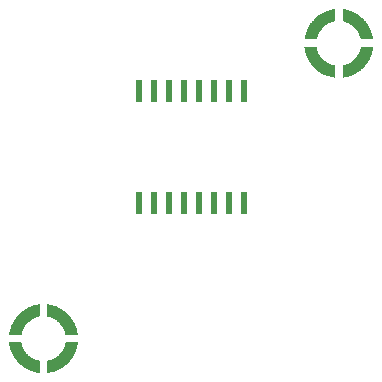
<source format=gbr>
G04 EAGLE Gerber RS-274X export*
G75*
%MOMM*%
%FSLAX34Y34*%
%LPD*%
%INSolderpaste Bottom*%
%IPPOS*%
%AMOC8*
5,1,8,0,0,1.08239X$1,22.5*%
G01*
%ADD10R,0.507200X1.874000*%

G36*
X293508Y260951D02*
X293508Y260951D01*
X294207Y261051D01*
X294208Y261052D01*
X294208Y261051D01*
X295108Y261201D01*
X295109Y261202D01*
X295909Y261352D01*
X295910Y261352D01*
X296660Y261502D01*
X296661Y261503D01*
X296662Y261502D01*
X297662Y261752D01*
X297663Y261753D01*
X297664Y261753D01*
X298514Y262003D01*
X298515Y262004D01*
X298516Y262003D01*
X299416Y262303D01*
X299416Y262304D01*
X299417Y262304D01*
X300117Y262554D01*
X300917Y262854D01*
X300918Y262855D01*
X300919Y262854D01*
X301769Y263204D01*
X301770Y263206D01*
X301771Y263205D01*
X302521Y263555D01*
X302521Y263556D01*
X302522Y263556D01*
X303722Y264156D01*
X303723Y264158D01*
X303724Y264157D01*
X305124Y264957D01*
X305125Y264959D01*
X305127Y264959D01*
X305827Y265409D01*
X306226Y265658D01*
X306227Y265660D01*
X306228Y265660D01*
X306878Y266110D01*
X307378Y266460D01*
X307379Y266462D01*
X307380Y266461D01*
X307830Y266811D01*
X308480Y267311D01*
X308481Y267313D01*
X308482Y267312D01*
X309132Y267862D01*
X309132Y267863D01*
X309532Y268213D01*
X309533Y268214D01*
X310183Y268814D01*
X310184Y268815D01*
X310185Y268815D01*
X311285Y269915D01*
X311285Y269917D01*
X311287Y269917D01*
X312087Y270817D01*
X312087Y270818D01*
X312088Y270818D01*
X312638Y271468D01*
X312638Y271469D01*
X313038Y271969D01*
X313039Y271970D01*
X313489Y272570D01*
X313489Y272571D01*
X313490Y272571D01*
X313990Y273271D01*
X313990Y273272D01*
X313991Y273272D01*
X314441Y273922D01*
X314440Y273924D01*
X314442Y273924D01*
X314942Y274724D01*
X315292Y275274D01*
X315291Y275277D01*
X315294Y275277D01*
X315743Y276126D01*
X316143Y276826D01*
X316142Y276829D01*
X316145Y276829D01*
X316545Y277679D01*
X316544Y277680D01*
X316545Y277681D01*
X317295Y279431D01*
X317295Y279433D01*
X317297Y279434D01*
X317647Y280434D01*
X317646Y280434D01*
X317647Y280434D01*
X317897Y281184D01*
X317897Y281185D01*
X318147Y281985D01*
X318146Y281987D01*
X318148Y281988D01*
X318448Y283188D01*
X318448Y283189D01*
X318648Y284039D01*
X318647Y284040D01*
X318648Y284041D01*
X318798Y284841D01*
X318799Y284841D01*
X318949Y285691D01*
X318948Y285693D01*
X318949Y285694D01*
X319049Y286494D01*
X319047Y286497D01*
X319047Y286498D01*
X319049Y286500D01*
X319049Y286750D01*
X319013Y286797D01*
X319006Y286792D01*
X319000Y286799D01*
X308700Y286799D01*
X308653Y286763D01*
X308658Y286756D01*
X308651Y286750D01*
X308651Y286653D01*
X308602Y286309D01*
X308452Y285661D01*
X308153Y284514D01*
X307904Y283767D01*
X307554Y282868D01*
X307355Y282370D01*
X306906Y281423D01*
X306507Y280674D01*
X305809Y279527D01*
X305360Y278879D01*
X305012Y278431D01*
X304412Y277682D01*
X303914Y277133D01*
X303913Y277133D01*
X303515Y276685D01*
X303118Y276337D01*
X303117Y276336D01*
X303116Y276336D01*
X302318Y275587D01*
X301769Y275139D01*
X301320Y274789D01*
X300772Y274391D01*
X300224Y274042D01*
X299575Y273642D01*
X298877Y273244D01*
X298079Y272845D01*
X297280Y272495D01*
X296433Y272146D01*
X295686Y271897D01*
X294937Y271698D01*
X294139Y271498D01*
X293395Y271349D01*
X293250Y271349D01*
X293203Y271313D01*
X293206Y271309D01*
X293203Y271306D01*
X293205Y271303D01*
X293201Y271300D01*
X293201Y260950D01*
X293237Y260903D01*
X293249Y260912D01*
X293260Y260902D01*
X293508Y260951D01*
G37*
G36*
X21347Y43237D02*
X21347Y43237D01*
X21342Y43244D01*
X21349Y43250D01*
X21349Y43347D01*
X21398Y43691D01*
X21548Y44338D01*
X21847Y45486D01*
X22096Y46233D01*
X22446Y47132D01*
X22645Y47630D01*
X23094Y48577D01*
X23493Y49326D01*
X24191Y50473D01*
X24640Y51121D01*
X24988Y51569D01*
X25588Y52318D01*
X26086Y52867D01*
X26087Y52867D01*
X26485Y53315D01*
X26882Y53663D01*
X26883Y53664D01*
X26884Y53664D01*
X27683Y54413D01*
X28231Y54861D01*
X28680Y55211D01*
X29228Y55609D01*
X29776Y55958D01*
X30425Y56358D01*
X31123Y56756D01*
X31921Y57155D01*
X32720Y57505D01*
X33567Y57854D01*
X34314Y58103D01*
X35063Y58302D01*
X35861Y58502D01*
X36605Y58651D01*
X36750Y58651D01*
X36797Y58687D01*
X36792Y58694D01*
X36799Y58700D01*
X36799Y69050D01*
X36763Y69097D01*
X36751Y69088D01*
X36740Y69098D01*
X36492Y69049D01*
X35793Y68949D01*
X35792Y68948D01*
X35792Y68949D01*
X34892Y68799D01*
X34891Y68798D01*
X34091Y68648D01*
X34090Y68648D01*
X33340Y68498D01*
X33339Y68497D01*
X33338Y68498D01*
X32338Y68248D01*
X32337Y68247D01*
X32336Y68247D01*
X31486Y67997D01*
X31485Y67996D01*
X31484Y67997D01*
X30584Y67697D01*
X30584Y67696D01*
X30583Y67696D01*
X29883Y67446D01*
X29083Y67146D01*
X29082Y67145D01*
X29081Y67146D01*
X28231Y66796D01*
X28230Y66794D01*
X28229Y66795D01*
X27479Y66445D01*
X27479Y66444D01*
X27478Y66444D01*
X26278Y65844D01*
X26277Y65842D01*
X26276Y65843D01*
X24876Y65043D01*
X24875Y65041D01*
X24873Y65041D01*
X24173Y64591D01*
X23774Y64342D01*
X23773Y64340D01*
X23772Y64341D01*
X23122Y63891D01*
X23122Y63890D01*
X22622Y63540D01*
X22621Y63539D01*
X22620Y63539D01*
X22170Y63189D01*
X21520Y62689D01*
X21520Y62687D01*
X21518Y62688D01*
X20868Y62138D01*
X20868Y62137D01*
X20468Y61787D01*
X20467Y61786D01*
X19817Y61186D01*
X19816Y61185D01*
X19815Y61185D01*
X18715Y60085D01*
X18715Y60083D01*
X18713Y60083D01*
X17913Y59183D01*
X17913Y59182D01*
X17912Y59182D01*
X17362Y58532D01*
X17362Y58531D01*
X16962Y58031D01*
X16962Y58030D01*
X16961Y58030D01*
X16511Y57430D01*
X16511Y57429D01*
X16510Y57429D01*
X16010Y56729D01*
X16010Y56728D01*
X15560Y56078D01*
X15560Y56076D01*
X15558Y56076D01*
X15058Y55276D01*
X14708Y54726D01*
X14709Y54723D01*
X14706Y54723D01*
X14257Y53874D01*
X13857Y53174D01*
X13858Y53171D01*
X13855Y53171D01*
X13455Y52321D01*
X13456Y52320D01*
X13455Y52319D01*
X12705Y50569D01*
X12705Y50567D01*
X12704Y50566D01*
X12354Y49566D01*
X12353Y49566D01*
X12103Y48816D01*
X12104Y48815D01*
X12103Y48815D01*
X11853Y48015D01*
X11854Y48013D01*
X11852Y48012D01*
X11552Y46812D01*
X11552Y46811D01*
X11352Y45961D01*
X11353Y45960D01*
X11352Y45959D01*
X11202Y45159D01*
X11052Y44309D01*
X11052Y44307D01*
X11051Y44306D01*
X10951Y43506D01*
X10953Y43502D01*
X10951Y43500D01*
X10951Y43250D01*
X10987Y43203D01*
X10994Y43208D01*
X11000Y43201D01*
X21300Y43201D01*
X21347Y43237D01*
G37*
G36*
X271347Y293237D02*
X271347Y293237D01*
X271342Y293244D01*
X271349Y293250D01*
X271349Y293347D01*
X271398Y293691D01*
X271548Y294338D01*
X271847Y295486D01*
X272096Y296233D01*
X272446Y297132D01*
X272645Y297630D01*
X273094Y298577D01*
X273493Y299326D01*
X274191Y300473D01*
X274640Y301121D01*
X274988Y301569D01*
X275588Y302318D01*
X276086Y302867D01*
X276087Y302867D01*
X276485Y303315D01*
X276882Y303663D01*
X276883Y303664D01*
X276884Y303664D01*
X277683Y304413D01*
X278231Y304861D01*
X278680Y305211D01*
X279228Y305609D01*
X279776Y305958D01*
X280425Y306358D01*
X281123Y306756D01*
X281921Y307155D01*
X282720Y307505D01*
X283567Y307854D01*
X284314Y308103D01*
X285063Y308302D01*
X285861Y308502D01*
X286605Y308651D01*
X286750Y308651D01*
X286797Y308687D01*
X286792Y308694D01*
X286799Y308700D01*
X286799Y319050D01*
X286763Y319097D01*
X286751Y319088D01*
X286740Y319098D01*
X286492Y319049D01*
X285793Y318949D01*
X285792Y318948D01*
X285792Y318949D01*
X284892Y318799D01*
X284891Y318798D01*
X284091Y318648D01*
X284090Y318648D01*
X283340Y318498D01*
X283339Y318497D01*
X283338Y318498D01*
X282338Y318248D01*
X282337Y318247D01*
X282336Y318247D01*
X281486Y317997D01*
X281485Y317996D01*
X281484Y317997D01*
X280584Y317697D01*
X280584Y317696D01*
X280583Y317696D01*
X279883Y317446D01*
X279083Y317146D01*
X279082Y317145D01*
X279081Y317146D01*
X278231Y316796D01*
X278230Y316794D01*
X278229Y316795D01*
X277479Y316445D01*
X277479Y316444D01*
X277478Y316444D01*
X276278Y315844D01*
X276277Y315842D01*
X276276Y315843D01*
X274876Y315043D01*
X274875Y315041D01*
X274873Y315041D01*
X274173Y314591D01*
X273774Y314342D01*
X273773Y314340D01*
X273772Y314341D01*
X273122Y313891D01*
X273122Y313890D01*
X272622Y313540D01*
X272621Y313539D01*
X272620Y313539D01*
X272170Y313189D01*
X271520Y312689D01*
X271520Y312687D01*
X271518Y312688D01*
X270868Y312138D01*
X270868Y312137D01*
X270468Y311787D01*
X270467Y311786D01*
X269817Y311186D01*
X269816Y311185D01*
X269815Y311185D01*
X268715Y310085D01*
X268715Y310083D01*
X268713Y310083D01*
X267913Y309183D01*
X267913Y309182D01*
X267912Y309182D01*
X267362Y308532D01*
X267362Y308531D01*
X266962Y308031D01*
X266962Y308030D01*
X266961Y308030D01*
X266511Y307430D01*
X266511Y307429D01*
X266510Y307429D01*
X266010Y306729D01*
X266010Y306728D01*
X265560Y306078D01*
X265560Y306076D01*
X265558Y306076D01*
X265058Y305276D01*
X264708Y304726D01*
X264709Y304723D01*
X264706Y304723D01*
X264257Y303874D01*
X263857Y303174D01*
X263858Y303171D01*
X263855Y303171D01*
X263455Y302321D01*
X263456Y302320D01*
X263455Y302319D01*
X262705Y300569D01*
X262705Y300567D01*
X262704Y300566D01*
X262354Y299566D01*
X262353Y299566D01*
X262103Y298816D01*
X262104Y298815D01*
X262103Y298815D01*
X261853Y298015D01*
X261854Y298013D01*
X261852Y298012D01*
X261552Y296812D01*
X261552Y296811D01*
X261352Y295961D01*
X261353Y295960D01*
X261352Y295959D01*
X261202Y295159D01*
X261052Y294309D01*
X261052Y294307D01*
X261051Y294306D01*
X260951Y293506D01*
X260953Y293502D01*
X260951Y293500D01*
X260951Y293250D01*
X260987Y293203D01*
X260994Y293208D01*
X261000Y293201D01*
X271300Y293201D01*
X271347Y293237D01*
G37*
G36*
X36797Y10987D02*
X36797Y10987D01*
X36792Y10994D01*
X36799Y11000D01*
X36799Y21300D01*
X36763Y21347D01*
X36756Y21342D01*
X36750Y21349D01*
X36653Y21349D01*
X36309Y21398D01*
X35662Y21548D01*
X34514Y21847D01*
X33767Y22096D01*
X32868Y22446D01*
X32370Y22645D01*
X31423Y23094D01*
X30674Y23493D01*
X29527Y24191D01*
X28879Y24640D01*
X28431Y24988D01*
X27682Y25588D01*
X27133Y26086D01*
X27133Y26087D01*
X26685Y26485D01*
X26337Y26882D01*
X26336Y26883D01*
X26336Y26884D01*
X25587Y27683D01*
X25139Y28231D01*
X24789Y28680D01*
X24391Y29228D01*
X24042Y29776D01*
X23642Y30425D01*
X23244Y31123D01*
X22845Y31921D01*
X22495Y32720D01*
X22146Y33567D01*
X21897Y34314D01*
X21698Y35062D01*
X21498Y35861D01*
X21349Y36605D01*
X21349Y36750D01*
X21313Y36797D01*
X21306Y36792D01*
X21300Y36799D01*
X10950Y36799D01*
X10903Y36763D01*
X10912Y36751D01*
X10902Y36740D01*
X10951Y36492D01*
X11051Y35793D01*
X11052Y35792D01*
X11051Y35792D01*
X11201Y34892D01*
X11202Y34891D01*
X11352Y34091D01*
X11352Y34090D01*
X11502Y33340D01*
X11503Y33339D01*
X11502Y33338D01*
X11752Y32338D01*
X11753Y32337D01*
X11753Y32336D01*
X12003Y31486D01*
X12004Y31485D01*
X12003Y31484D01*
X12303Y30584D01*
X12304Y30584D01*
X12304Y30583D01*
X12554Y29883D01*
X12854Y29083D01*
X12855Y29082D01*
X12854Y29081D01*
X13204Y28231D01*
X13206Y28230D01*
X13205Y28229D01*
X13555Y27479D01*
X13556Y27479D01*
X13556Y27478D01*
X14156Y26278D01*
X14158Y26277D01*
X14157Y26276D01*
X14957Y24876D01*
X14959Y24875D01*
X14959Y24873D01*
X15409Y24173D01*
X15658Y23774D01*
X15660Y23773D01*
X15660Y23772D01*
X16110Y23122D01*
X16460Y22622D01*
X16462Y22621D01*
X16461Y22620D01*
X16811Y22170D01*
X17311Y21520D01*
X17313Y21520D01*
X17312Y21518D01*
X17862Y20868D01*
X17863Y20868D01*
X18213Y20468D01*
X18214Y20467D01*
X18814Y19817D01*
X18815Y19816D01*
X18815Y19815D01*
X19915Y18715D01*
X19917Y18715D01*
X19917Y18713D01*
X20817Y17913D01*
X20818Y17913D01*
X20818Y17912D01*
X21468Y17362D01*
X21469Y17362D01*
X21969Y16962D01*
X21970Y16962D01*
X21970Y16961D01*
X22570Y16511D01*
X22571Y16511D01*
X22571Y16510D01*
X23271Y16010D01*
X23272Y16010D01*
X23922Y15560D01*
X23924Y15560D01*
X23924Y15558D01*
X24724Y15058D01*
X25274Y14708D01*
X25277Y14709D01*
X25277Y14706D01*
X26126Y14257D01*
X26826Y13857D01*
X26829Y13858D01*
X26829Y13855D01*
X27679Y13455D01*
X27680Y13456D01*
X27681Y13455D01*
X29431Y12705D01*
X29433Y12705D01*
X29434Y12704D01*
X30434Y12354D01*
X30434Y12353D01*
X31184Y12103D01*
X31185Y12104D01*
X31185Y12103D01*
X31985Y11853D01*
X31987Y11854D01*
X31988Y11852D01*
X33188Y11552D01*
X33189Y11552D01*
X34039Y11352D01*
X34040Y11353D01*
X34041Y11352D01*
X34841Y11202D01*
X35691Y11052D01*
X35693Y11052D01*
X35694Y11051D01*
X36494Y10951D01*
X36498Y10953D01*
X36500Y10951D01*
X36750Y10951D01*
X36797Y10987D01*
G37*
G36*
X43508Y10951D02*
X43508Y10951D01*
X44207Y11051D01*
X44208Y11052D01*
X44208Y11051D01*
X45108Y11201D01*
X45109Y11202D01*
X45909Y11352D01*
X45910Y11352D01*
X46660Y11502D01*
X46661Y11503D01*
X46662Y11502D01*
X47662Y11752D01*
X47663Y11753D01*
X47664Y11753D01*
X48514Y12003D01*
X48515Y12004D01*
X48516Y12003D01*
X49416Y12303D01*
X49416Y12304D01*
X49417Y12304D01*
X50117Y12554D01*
X50917Y12854D01*
X50918Y12855D01*
X50919Y12854D01*
X51769Y13204D01*
X51770Y13206D01*
X51771Y13205D01*
X52521Y13555D01*
X52521Y13556D01*
X52522Y13556D01*
X53722Y14156D01*
X53723Y14158D01*
X53724Y14157D01*
X55124Y14957D01*
X55125Y14959D01*
X55127Y14959D01*
X55827Y15409D01*
X56226Y15658D01*
X56227Y15660D01*
X56228Y15660D01*
X56878Y16110D01*
X57378Y16460D01*
X57379Y16462D01*
X57380Y16461D01*
X57830Y16811D01*
X58480Y17311D01*
X58481Y17313D01*
X58482Y17312D01*
X59132Y17862D01*
X59132Y17863D01*
X59532Y18213D01*
X59533Y18214D01*
X60183Y18814D01*
X60184Y18815D01*
X60185Y18815D01*
X61285Y19915D01*
X61285Y19917D01*
X61287Y19917D01*
X62087Y20817D01*
X62087Y20818D01*
X62088Y20818D01*
X62638Y21468D01*
X62638Y21469D01*
X63038Y21969D01*
X63039Y21970D01*
X63489Y22570D01*
X63489Y22571D01*
X63490Y22571D01*
X63990Y23271D01*
X63990Y23272D01*
X63991Y23272D01*
X64441Y23922D01*
X64440Y23924D01*
X64442Y23924D01*
X64942Y24724D01*
X65292Y25274D01*
X65291Y25277D01*
X65294Y25277D01*
X65743Y26126D01*
X66143Y26826D01*
X66142Y26829D01*
X66145Y26829D01*
X66545Y27679D01*
X66544Y27680D01*
X66545Y27681D01*
X67295Y29431D01*
X67295Y29433D01*
X67297Y29434D01*
X67647Y30434D01*
X67646Y30434D01*
X67647Y30434D01*
X67897Y31184D01*
X67897Y31185D01*
X68147Y31985D01*
X68146Y31987D01*
X68148Y31988D01*
X68448Y33188D01*
X68448Y33189D01*
X68648Y34039D01*
X68647Y34040D01*
X68648Y34041D01*
X68798Y34841D01*
X68799Y34841D01*
X68949Y35691D01*
X68948Y35693D01*
X68949Y35694D01*
X69049Y36494D01*
X69047Y36497D01*
X69047Y36498D01*
X69049Y36500D01*
X69049Y36750D01*
X69013Y36797D01*
X69006Y36792D01*
X69000Y36799D01*
X58700Y36799D01*
X58653Y36763D01*
X58658Y36756D01*
X58651Y36750D01*
X58651Y36653D01*
X58602Y36309D01*
X58452Y35661D01*
X58153Y34514D01*
X57904Y33767D01*
X57554Y32868D01*
X57355Y32370D01*
X56906Y31423D01*
X56507Y30674D01*
X55809Y29527D01*
X55360Y28879D01*
X55012Y28431D01*
X54412Y27682D01*
X53914Y27133D01*
X53913Y27133D01*
X53515Y26685D01*
X53118Y26337D01*
X53117Y26336D01*
X53116Y26336D01*
X52318Y25587D01*
X51769Y25139D01*
X51320Y24789D01*
X50772Y24391D01*
X50224Y24042D01*
X49575Y23642D01*
X48877Y23244D01*
X48079Y22845D01*
X47280Y22495D01*
X46433Y22146D01*
X45686Y21897D01*
X44937Y21698D01*
X44139Y21498D01*
X43395Y21349D01*
X43250Y21349D01*
X43203Y21313D01*
X43206Y21309D01*
X43203Y21306D01*
X43205Y21303D01*
X43201Y21300D01*
X43201Y10950D01*
X43237Y10903D01*
X43249Y10912D01*
X43260Y10902D01*
X43508Y10951D01*
G37*
G36*
X286797Y260987D02*
X286797Y260987D01*
X286792Y260994D01*
X286799Y261000D01*
X286799Y271300D01*
X286763Y271347D01*
X286756Y271342D01*
X286750Y271349D01*
X286653Y271349D01*
X286309Y271398D01*
X285662Y271548D01*
X284514Y271847D01*
X283767Y272096D01*
X282868Y272446D01*
X282370Y272645D01*
X281423Y273094D01*
X280674Y273493D01*
X279527Y274191D01*
X278879Y274640D01*
X278431Y274988D01*
X277682Y275588D01*
X277133Y276086D01*
X277133Y276087D01*
X276685Y276485D01*
X276337Y276882D01*
X276336Y276883D01*
X276336Y276884D01*
X275587Y277682D01*
X275139Y278231D01*
X274789Y278680D01*
X274391Y279228D01*
X274042Y279776D01*
X273642Y280425D01*
X273244Y281123D01*
X272845Y281921D01*
X272495Y282719D01*
X272146Y283567D01*
X271897Y284314D01*
X271698Y285062D01*
X271498Y285861D01*
X271349Y286605D01*
X271349Y286750D01*
X271313Y286797D01*
X271306Y286792D01*
X271300Y286799D01*
X260950Y286799D01*
X260903Y286763D01*
X260912Y286751D01*
X260902Y286740D01*
X260951Y286492D01*
X261051Y285793D01*
X261052Y285792D01*
X261051Y285792D01*
X261201Y284892D01*
X261202Y284891D01*
X261352Y284091D01*
X261352Y284090D01*
X261502Y283340D01*
X261503Y283339D01*
X261502Y283338D01*
X261752Y282338D01*
X261753Y282337D01*
X261753Y282336D01*
X262003Y281486D01*
X262004Y281485D01*
X262003Y281484D01*
X262303Y280584D01*
X262304Y280584D01*
X262304Y280583D01*
X262554Y279883D01*
X262854Y279083D01*
X262855Y279082D01*
X262854Y279081D01*
X263204Y278231D01*
X263206Y278230D01*
X263205Y278229D01*
X263555Y277479D01*
X263556Y277479D01*
X263556Y277478D01*
X264156Y276278D01*
X264158Y276277D01*
X264157Y276276D01*
X264957Y274876D01*
X264959Y274875D01*
X264959Y274873D01*
X265409Y274173D01*
X265658Y273774D01*
X265660Y273773D01*
X265660Y273772D01*
X266110Y273122D01*
X266460Y272622D01*
X266462Y272621D01*
X266461Y272620D01*
X266811Y272170D01*
X267311Y271520D01*
X267313Y271520D01*
X267312Y271518D01*
X267862Y270868D01*
X267863Y270868D01*
X268213Y270468D01*
X268214Y270467D01*
X268814Y269817D01*
X268815Y269816D01*
X268815Y269815D01*
X269915Y268715D01*
X269917Y268715D01*
X269917Y268713D01*
X270817Y267913D01*
X270818Y267913D01*
X270818Y267912D01*
X271468Y267362D01*
X271469Y267362D01*
X271969Y266962D01*
X271970Y266962D01*
X271970Y266961D01*
X272570Y266511D01*
X272571Y266511D01*
X272571Y266510D01*
X273271Y266010D01*
X273272Y266010D01*
X273922Y265560D01*
X273924Y265560D01*
X273924Y265558D01*
X274724Y265058D01*
X275274Y264708D01*
X275277Y264709D01*
X275277Y264706D01*
X276126Y264257D01*
X276826Y263857D01*
X276829Y263858D01*
X276829Y263855D01*
X277679Y263455D01*
X277680Y263456D01*
X277681Y263455D01*
X279431Y262705D01*
X279433Y262705D01*
X279434Y262704D01*
X280434Y262354D01*
X280434Y262353D01*
X281184Y262103D01*
X281185Y262104D01*
X281185Y262103D01*
X281985Y261853D01*
X281987Y261854D01*
X281988Y261852D01*
X283188Y261552D01*
X283189Y261552D01*
X284039Y261352D01*
X284040Y261353D01*
X284041Y261352D01*
X284841Y261202D01*
X285691Y261052D01*
X285693Y261052D01*
X285694Y261051D01*
X286494Y260951D01*
X286498Y260953D01*
X286500Y260951D01*
X286750Y260951D01*
X286797Y260987D01*
G37*
G36*
X319097Y293237D02*
X319097Y293237D01*
X319088Y293249D01*
X319098Y293260D01*
X319049Y293508D01*
X318949Y294207D01*
X318948Y294208D01*
X318949Y294208D01*
X318799Y295108D01*
X318798Y295109D01*
X318648Y295909D01*
X318648Y295910D01*
X318498Y296660D01*
X318497Y296661D01*
X318498Y296662D01*
X318248Y297662D01*
X318247Y297663D01*
X318247Y297664D01*
X317997Y298514D01*
X317996Y298515D01*
X317997Y298516D01*
X317697Y299416D01*
X317696Y299416D01*
X317696Y299417D01*
X317446Y300117D01*
X317146Y300917D01*
X317145Y300918D01*
X317146Y300919D01*
X316796Y301769D01*
X316794Y301770D01*
X316795Y301771D01*
X316445Y302521D01*
X316444Y302521D01*
X316444Y302522D01*
X315844Y303722D01*
X315842Y303723D01*
X315843Y303724D01*
X315043Y305124D01*
X315041Y305125D01*
X315041Y305127D01*
X314591Y305827D01*
X314342Y306226D01*
X314340Y306227D01*
X314341Y306228D01*
X313891Y306878D01*
X313890Y306878D01*
X313540Y307378D01*
X313539Y307379D01*
X313539Y307380D01*
X313189Y307830D01*
X312689Y308480D01*
X312687Y308481D01*
X312688Y308482D01*
X312138Y309132D01*
X312137Y309132D01*
X311787Y309532D01*
X311786Y309533D01*
X311186Y310183D01*
X311185Y310184D01*
X311185Y310185D01*
X310085Y311285D01*
X310083Y311285D01*
X310083Y311287D01*
X309183Y312087D01*
X309182Y312087D01*
X309182Y312088D01*
X308532Y312638D01*
X308531Y312638D01*
X308031Y313038D01*
X308030Y313039D01*
X307430Y313489D01*
X307429Y313489D01*
X307429Y313490D01*
X306729Y313990D01*
X306728Y313990D01*
X306728Y313991D01*
X306078Y314441D01*
X306076Y314440D01*
X306076Y314442D01*
X305276Y314942D01*
X304726Y315292D01*
X304723Y315291D01*
X304723Y315294D01*
X303874Y315743D01*
X303174Y316143D01*
X303171Y316142D01*
X303171Y316145D01*
X302321Y316545D01*
X302320Y316544D01*
X302319Y316545D01*
X300569Y317295D01*
X300567Y317295D01*
X300566Y317297D01*
X299566Y317647D01*
X299566Y317646D01*
X299566Y317647D01*
X298816Y317897D01*
X298815Y317897D01*
X298015Y318147D01*
X298013Y318146D01*
X298012Y318148D01*
X296812Y318448D01*
X296811Y318448D01*
X295961Y318648D01*
X295960Y318647D01*
X295959Y318648D01*
X295159Y318798D01*
X295159Y318799D01*
X294309Y318949D01*
X294307Y318948D01*
X294306Y318949D01*
X293506Y319049D01*
X293502Y319047D01*
X293500Y319049D01*
X293250Y319049D01*
X293203Y319013D01*
X293208Y319006D01*
X293201Y319000D01*
X293201Y308700D01*
X293237Y308653D01*
X293244Y308658D01*
X293250Y308651D01*
X293347Y308651D01*
X293691Y308602D01*
X294338Y308452D01*
X295486Y308153D01*
X296233Y307904D01*
X297132Y307554D01*
X297630Y307355D01*
X298577Y306906D01*
X299326Y306507D01*
X300473Y305809D01*
X301121Y305360D01*
X301569Y305012D01*
X302318Y304412D01*
X302867Y303914D01*
X302867Y303913D01*
X303315Y303515D01*
X303663Y303118D01*
X303664Y303117D01*
X303664Y303116D01*
X304413Y302318D01*
X304861Y301769D01*
X305211Y301320D01*
X305609Y300772D01*
X305958Y300224D01*
X306358Y299575D01*
X306756Y298877D01*
X307155Y298079D01*
X307505Y297280D01*
X307854Y296433D01*
X308103Y295686D01*
X308302Y294937D01*
X308502Y294139D01*
X308651Y293395D01*
X308651Y293250D01*
X308687Y293203D01*
X308694Y293208D01*
X308700Y293201D01*
X319050Y293201D01*
X319097Y293237D01*
G37*
G36*
X69097Y43237D02*
X69097Y43237D01*
X69088Y43249D01*
X69098Y43260D01*
X69049Y43508D01*
X68949Y44207D01*
X68948Y44208D01*
X68949Y44208D01*
X68799Y45108D01*
X68798Y45109D01*
X68648Y45909D01*
X68648Y45910D01*
X68498Y46660D01*
X68497Y46661D01*
X68498Y46662D01*
X68248Y47662D01*
X68247Y47663D01*
X68247Y47664D01*
X67997Y48514D01*
X67996Y48515D01*
X67997Y48516D01*
X67697Y49416D01*
X67696Y49416D01*
X67696Y49417D01*
X67446Y50117D01*
X67146Y50917D01*
X67145Y50918D01*
X67146Y50919D01*
X66796Y51769D01*
X66794Y51770D01*
X66795Y51771D01*
X66445Y52521D01*
X66444Y52521D01*
X66444Y52522D01*
X65844Y53722D01*
X65842Y53723D01*
X65843Y53724D01*
X65043Y55124D01*
X65041Y55125D01*
X65041Y55127D01*
X64591Y55827D01*
X64342Y56226D01*
X64340Y56227D01*
X64341Y56228D01*
X63891Y56878D01*
X63890Y56878D01*
X63540Y57378D01*
X63539Y57379D01*
X63539Y57380D01*
X63189Y57830D01*
X62689Y58480D01*
X62687Y58481D01*
X62688Y58482D01*
X62138Y59132D01*
X62137Y59132D01*
X61787Y59532D01*
X61786Y59533D01*
X61186Y60183D01*
X61185Y60184D01*
X61185Y60185D01*
X60085Y61285D01*
X60083Y61285D01*
X60083Y61287D01*
X59183Y62087D01*
X59182Y62087D01*
X59182Y62088D01*
X58532Y62638D01*
X58531Y62638D01*
X58031Y63038D01*
X58030Y63039D01*
X57430Y63489D01*
X57429Y63489D01*
X57429Y63490D01*
X56729Y63990D01*
X56728Y63990D01*
X56728Y63991D01*
X56078Y64441D01*
X56076Y64440D01*
X56076Y64442D01*
X55276Y64942D01*
X54726Y65292D01*
X54723Y65291D01*
X54723Y65294D01*
X53874Y65743D01*
X53174Y66143D01*
X53171Y66142D01*
X53171Y66145D01*
X52321Y66545D01*
X52320Y66544D01*
X52319Y66545D01*
X50569Y67295D01*
X50567Y67295D01*
X50566Y67297D01*
X49566Y67647D01*
X49566Y67646D01*
X49566Y67647D01*
X48816Y67897D01*
X48815Y67897D01*
X48015Y68147D01*
X48013Y68146D01*
X48012Y68148D01*
X46812Y68448D01*
X46811Y68448D01*
X45961Y68648D01*
X45960Y68647D01*
X45959Y68648D01*
X45159Y68798D01*
X45159Y68799D01*
X44309Y68949D01*
X44307Y68948D01*
X44306Y68949D01*
X43506Y69049D01*
X43502Y69047D01*
X43500Y69049D01*
X43250Y69049D01*
X43203Y69013D01*
X43208Y69006D01*
X43201Y69000D01*
X43201Y58700D01*
X43237Y58653D01*
X43244Y58658D01*
X43250Y58651D01*
X43347Y58651D01*
X43691Y58602D01*
X44338Y58452D01*
X45486Y58153D01*
X46233Y57904D01*
X47132Y57554D01*
X47630Y57355D01*
X48577Y56906D01*
X49326Y56507D01*
X50473Y55809D01*
X51121Y55360D01*
X51569Y55012D01*
X52318Y54412D01*
X52867Y53914D01*
X52867Y53913D01*
X53315Y53515D01*
X53663Y53118D01*
X53664Y53117D01*
X53664Y53116D01*
X54413Y52318D01*
X54861Y51769D01*
X55211Y51320D01*
X55609Y50772D01*
X55958Y50224D01*
X56358Y49575D01*
X56756Y48877D01*
X57155Y48079D01*
X57505Y47280D01*
X57854Y46433D01*
X58103Y45686D01*
X58302Y44937D01*
X58502Y44139D01*
X58651Y43395D01*
X58651Y43250D01*
X58687Y43203D01*
X58694Y43208D01*
X58700Y43201D01*
X69050Y43201D01*
X69097Y43237D01*
G37*
D10*
X120550Y249343D03*
X133250Y249343D03*
X145950Y249343D03*
X158650Y249343D03*
X171350Y249343D03*
X184050Y249343D03*
X196750Y249343D03*
X209450Y249343D03*
X209450Y154657D03*
X196750Y154657D03*
X184050Y154657D03*
X171350Y154657D03*
X158650Y154657D03*
X145950Y154657D03*
X133250Y154657D03*
X120550Y154657D03*
M02*

</source>
